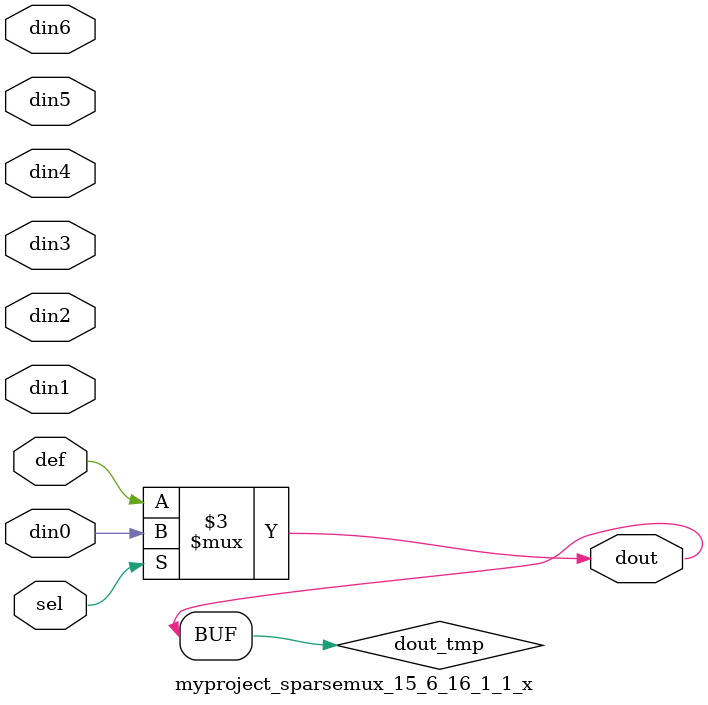
<source format=v>
`timescale 1ns / 1ps

module myproject_sparsemux_15_6_16_1_1_x (din0,din1,din2,din3,din4,din5,din6,def,sel,dout);

parameter din0_WIDTH = 1;

parameter din1_WIDTH = 1;

parameter din2_WIDTH = 1;

parameter din3_WIDTH = 1;

parameter din4_WIDTH = 1;

parameter din5_WIDTH = 1;

parameter din6_WIDTH = 1;

parameter def_WIDTH = 1;
parameter sel_WIDTH = 1;
parameter dout_WIDTH = 1;

parameter [sel_WIDTH-1:0] CASE0 = 1;

parameter [sel_WIDTH-1:0] CASE1 = 1;

parameter [sel_WIDTH-1:0] CASE2 = 1;

parameter [sel_WIDTH-1:0] CASE3 = 1;

parameter [sel_WIDTH-1:0] CASE4 = 1;

parameter [sel_WIDTH-1:0] CASE5 = 1;

parameter [sel_WIDTH-1:0] CASE6 = 1;

parameter ID = 1;
parameter NUM_STAGE = 1;



input [din0_WIDTH-1:0] din0;

input [din1_WIDTH-1:0] din1;

input [din2_WIDTH-1:0] din2;

input [din3_WIDTH-1:0] din3;

input [din4_WIDTH-1:0] din4;

input [din5_WIDTH-1:0] din5;

input [din6_WIDTH-1:0] din6;

input [def_WIDTH-1:0] def;
input [sel_WIDTH-1:0] sel;

output [dout_WIDTH-1:0] dout;



reg [dout_WIDTH-1:0] dout_tmp;

always @ (*) begin
case (sel)
    
    CASE0 : dout_tmp = din0;
    
    CASE1 : dout_tmp = din1;
    
    CASE2 : dout_tmp = din2;
    
    CASE3 : dout_tmp = din3;
    
    CASE4 : dout_tmp = din4;
    
    CASE5 : dout_tmp = din5;
    
    CASE6 : dout_tmp = din6;
    
    default : dout_tmp = def;
endcase
end


assign dout = dout_tmp;



endmodule

</source>
